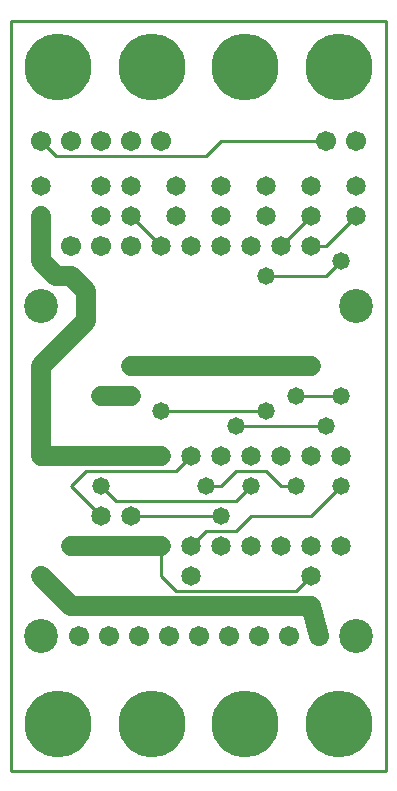
<source format=gbl>
%MOIN*%
%FSLAX25Y25*%
G04 D10 used for Character Trace; *
G04     Circle (OD=.01000) (No hole)*
G04 D11 used for Power Trace; *
G04     Circle (OD=.06700) (No hole)*
G04 D12 used for Signal Trace; *
G04     Circle (OD=.01100) (No hole)*
G04 D13 used for Via; *
G04     Circle (OD=.05800) (Round. Hole ID=.02800)*
G04 D14 used for Component hole; *
G04     Circle (OD=.06500) (Round. Hole ID=.03500)*
G04 D15 used for Component hole; *
G04     Circle (OD=.06700) (Round. Hole ID=.04300)*
G04 D16 used for Component hole; *
G04     Circle (OD=.08100) (Round. Hole ID=.05100)*
G04 D17 used for Component hole; *
G04     Circle (OD=.08900) (Round. Hole ID=.05900)*
G04 D18 used for Component hole; *
G04     Circle (OD=.11300) (Round. Hole ID=.08300)*
G04 D19 used for Component hole; *
G04     Circle (OD=.16000) (Round. Hole ID=.13000)*
G04 D20 used for Component hole; *
G04     Circle (OD=.18300) (Round. Hole ID=.15300)*
G04 D21 used for Component hole; *
G04     Circle (OD=.22291) (Round. Hole ID=.19291)*
%ADD10C,.01000*%
%ADD11C,.06700*%
%ADD12C,.01100*%
%ADD13C,.05800*%
%ADD14C,.06500*%
%ADD15C,.06700*%
%ADD16C,.08100*%
%ADD17C,.08900*%
%ADD18C,.11300*%
%ADD19C,.16000*%
%ADD20C,.18300*%
%ADD21C,.22291*%
%IPPOS*%
%LPD*%
G90*X0Y0D02*D21*X15625Y15625D03*D15*              
X42500Y45000D03*X32500D03*X22500D03*D18*X10000D03*
D21*X46875Y15625D03*D15*X52500Y45000D03*D11*      
X20000Y55000D02*X100000D01*X102500Y45000D01*D15*  
D03*X92500D03*D18*X115000D03*D12*X55000Y60000D02* 
X95000D01*X55000D02*X50000Y65000D01*Y75000D01*D14*
D03*D11*X20000D01*D13*D03*D14*X30000Y85000D03*D12*
X20000Y95000D01*X25000Y100000D01*X55000D01*       
X60000Y105000D01*D14*D03*D12*X65000Y95000D02*     
X70000D01*D13*X65000D03*D12*X70000D02*            
X75000Y100000D01*X85000D01*X90000Y95000D01*       
X95000D01*D13*D03*D14*X100000Y105000D03*X90000D03*
D12*X80000Y85000D02*X100000D01*X75000Y80000D02*   
X80000Y85000D01*X65000Y80000D02*X75000D01*        
X60000Y75000D02*X65000Y80000D01*D14*              
X60000Y75000D03*D13*X70000Y85000D03*D12*X40000D01*
D14*D03*D12*X35000Y90000D02*X75000D01*            
X80000Y95000D01*D13*D03*D14*X70000Y105000D03*     
X80000D03*X100000Y75000D03*D12*Y85000D02*         
X110000Y95000D01*D13*D03*D14*Y105000D03*          
X90000Y75000D03*X110000D03*D13*X105000Y115000D03* 
D12*X75000D01*D13*D03*X85000Y120000D03*D12*       
X50000D01*D13*D03*D14*X40000Y125000D03*D11*       
X30000D01*D14*D03*D13*X40000Y135000D03*D11*       
X50000D01*D14*D03*D11*X60000D01*D14*D03*D11*      
X70000D01*D14*D03*D11*X80000D01*D14*D03*D11*      
X90000D01*D14*D03*D11*X100000D01*D14*D03*D13*     
X110000Y125000D03*D12*X95000D01*D13*D03*D18*      
X115000Y155000D03*D12*X85000Y165000D02*X105000D01*
D13*X85000D03*D14*X90000Y175000D03*D12*           
X100000Y185000D01*D14*D03*Y195000D03*Y175000D03*  
D12*X105000D01*X115000Y185000D01*D14*D03*         
Y195000D03*D13*X110000Y170000D03*D12*             
X105000Y165000D01*D14*X85000Y185000D03*           
X80000Y175000D03*X85000Y195000D03*X70000D03*      
Y185000D03*Y175000D03*D12*X15000Y205000D02*       
X65000D01*X15000D02*X10000Y210000D01*D15*D03*     
X20000D03*D14*X10000Y195000D03*X30000D03*D15*     
Y210000D03*D21*X15625Y234375D03*D14*              
X10000Y185000D03*D11*Y170000D01*X15000Y165000D01* 
X20000D01*X25000Y160000D01*Y150000D01*            
X10000Y135000D01*Y105000D01*D13*D03*D11*X50000D01*
D14*D03*D12*X35000Y90000D02*X30000Y95000D01*D13*  
D03*D14*X60000Y65000D03*D13*X10000D03*D11*        
X20000Y55000D01*D15*X62500Y45000D03*X72500D03*D14*
X70000Y75000D03*D12*X0Y0D02*X125000D01*Y250000D01*
X0D01*Y0D01*D21*X78125Y15625D03*D15*              
X82500Y45000D03*D14*X80000Y75000D03*D12*          
X95000Y60000D02*X100000Y65000D01*D14*D03*D21*     
X109375Y15625D03*D18*X10000Y155000D03*D14*        
X60000Y175000D03*X50000D03*D12*X40000Y185000D01*  
D14*D03*D15*X30000Y175000D03*D14*X40000Y195000D03*
X30000Y185000D03*D15*X40000Y175000D03*D14*        
X55000Y185000D03*Y195000D03*D15*X20000Y175000D03* 
X50000Y210000D03*X40000D03*D12*X65000Y205000D02*  
X70000Y210000D01*X105000D01*D15*D03*X115000D03*   
D21*X78125Y234375D03*X109375D03*X46875D03*M02*    

</source>
